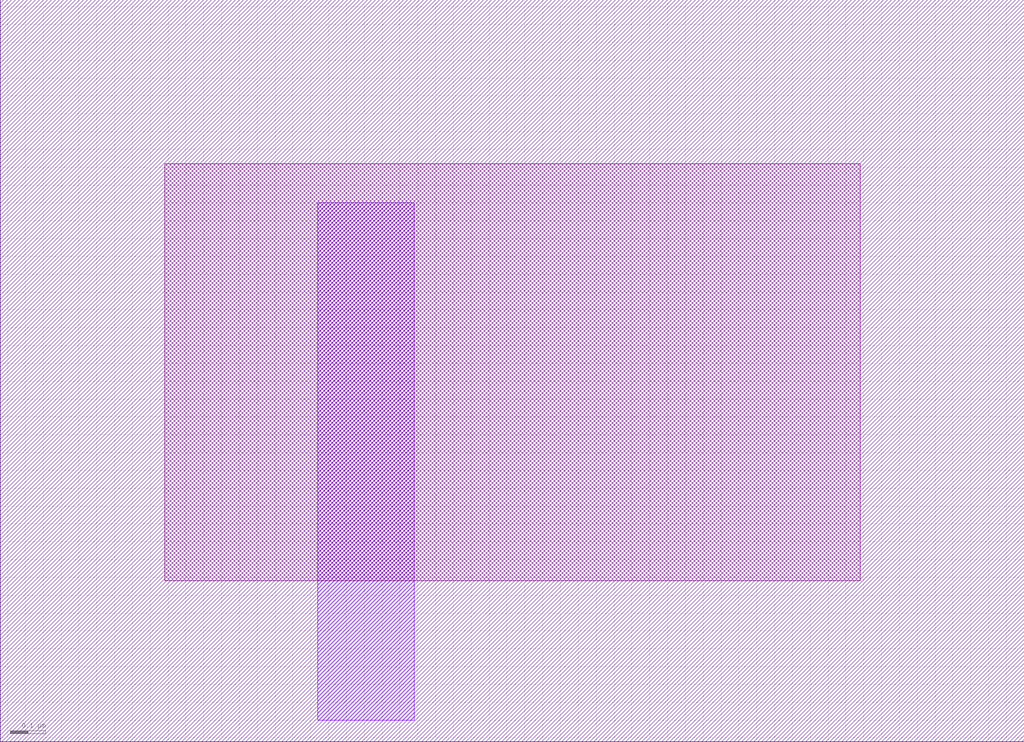
<source format=lef>
VERSION 5.7 ;
  NOWIREEXTENSIONATPIN ON ;
  DIVIDERCHAR "/" ;
  BUSBITCHARS "[]" ;
UNITS
  DATABASE MICRONS 200 ;
END UNITS

LAYER via2
  TYPE CUT ;
END via2

LAYER via
  TYPE CUT ;
END via

LAYER nwell
  TYPE MASTERSLICE ;
END nwell

LAYER via3
  TYPE CUT ;
END via3

LAYER pwell
  TYPE MASTERSLICE ;
END pwell

LAYER via4
  TYPE CUT ;
END via4

LAYER mcon
  TYPE CUT ;
END mcon

LAYER met6
  TYPE ROUTING ;
  WIDTH 0.030000 ;
  SPACING 0.040000 ;
  DIRECTION HORIZONTAL ;
END met6

LAYER met1
  TYPE ROUTING ;
  WIDTH 0.140000 ;
  SPACING 0.140000 ;
  DIRECTION HORIZONTAL ;
END met1

LAYER met3
  TYPE ROUTING ;
  WIDTH 0.300000 ;
  SPACING 0.300000 ;
  DIRECTION HORIZONTAL ;
END met3

LAYER met2
  TYPE ROUTING ;
  WIDTH 0.140000 ;
  SPACING 0.140000 ;
  DIRECTION HORIZONTAL ;
END met2

LAYER met4
  TYPE ROUTING ;
  WIDTH 0.300000 ;
  SPACING 0.300000 ;
  DIRECTION HORIZONTAL ;
END met4

LAYER met5
  TYPE ROUTING ;
  WIDTH 1.600000 ;
  SPACING 1.600000 ;
  DIRECTION HORIZONTAL ;
END met5

LAYER li1
  TYPE ROUTING ;
  WIDTH 0.170000 ;
  SPACING 0.170000 ;
  DIRECTION HORIZONTAL ;
END li1

MACRO sky130_hilas_overlapCap01
  CLASS BLOCK ;
  FOREIGN sky130_hilas_overlapCap01 ;
  ORIGIN 2.870 0.710 ;
  SIZE 2.870 BY 2.080 ;
  OBS
      LAYER li1 ;
        RECT -2.410 -0.260 -0.460 0.910 ;
      LAYER met1 ;
        RECT -1.980 -0.650 -1.710 0.800 ;
  END
END sky130_hilas_overlapCap01
END LIBRARY


</source>
